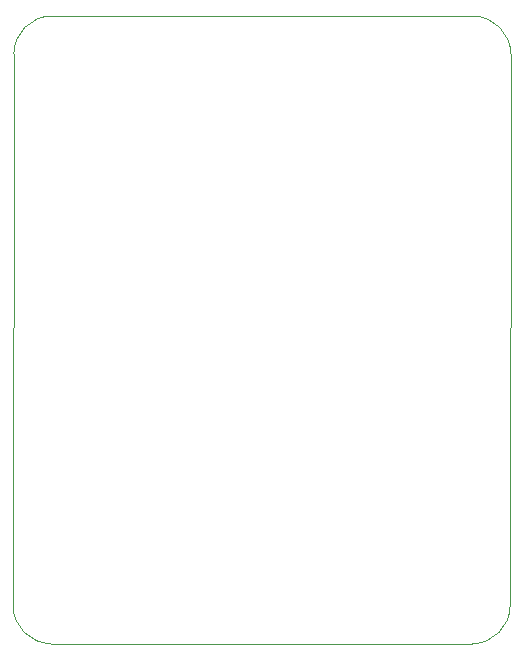
<source format=gm1>
G04 #@! TF.GenerationSoftware,KiCad,Pcbnew,7.0.5-4d25ed1034~172~ubuntu22.04.1*
G04 #@! TF.CreationDate,2023-07-05T09:01:56+07:00*
G04 #@! TF.ProjectId,TMPboardM,544d5062-6f61-4726-944d-2e6b69636164,rev?*
G04 #@! TF.SameCoordinates,Original*
G04 #@! TF.FileFunction,Profile,NP*
%FSLAX46Y46*%
G04 Gerber Fmt 4.6, Leading zero omitted, Abs format (unit mm)*
G04 Created by KiCad (PCBNEW 7.0.5-4d25ed1034~172~ubuntu22.04.1) date 2023-07-05 09:01:56*
%MOMM*%
%LPD*%
G01*
G04 APERTURE LIST*
G04 #@! TA.AperFunction,Profile*
%ADD10C,0.100000*%
G04 #@! TD*
G04 APERTURE END LIST*
D10*
X108659985Y-48370000D02*
X73030000Y-48370000D01*
X111829572Y-98292501D02*
X111880000Y-51600000D01*
X69739985Y-98280000D02*
X69800000Y-51590015D01*
X108599572Y-101512516D02*
X72960000Y-101510000D01*
X108599572Y-101512487D02*
G75*
G03*
X111829572Y-98292501I28J3229987D01*
G01*
X73030000Y-48369985D02*
G75*
G03*
X69800000Y-51590015I0J-3230015D01*
G01*
X111880015Y-51600000D02*
G75*
G03*
X108659985Y-48370000I-3230015J0D01*
G01*
X69739985Y-98280000D02*
G75*
G03*
X72960000Y-101510000I3230015J0D01*
G01*
M02*

</source>
